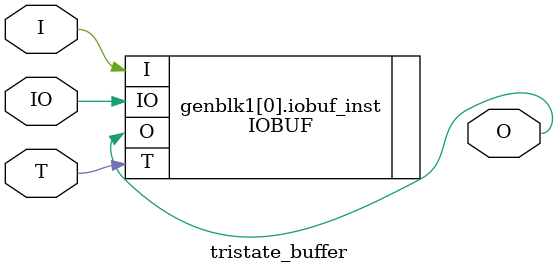
<source format=v>

module tristate_buffer #(
  parameter integer WIDTH = 1 // port with
)(
  input  [WIDTH-1:0] T, // direction (1=input, 0=output)
  input  [WIDTH-1:0] I, // pad input
  output [WIDTH-1:0] O, // pad output
  inout  [WIDTH-1:0] IO // IO pad
);

  genvar i;
  generate
    for (i = 0; i < WIDTH; i = i + 1) begin
      IOBUF #(
        .DRIVE        (12),        // output drive strength
        .IBUF_LOW_PWR ("TRUE"),    // low power = "TRUE", high performance = "FALSE"
        .IOSTANDARD   ("DEFAULT"), // I/O Standard
        .SLEW         ("SLOW")     // output slew rate
      ) iobuf_inst (
        .O  (O[i]),  // output from pad
        .IO (IO[i]), // bidirectional pad
        .I  (I[i]),  // input to pad
        .T  (T[i])   // tristate control
      );
    end
  endgenerate

endmodule

</source>
